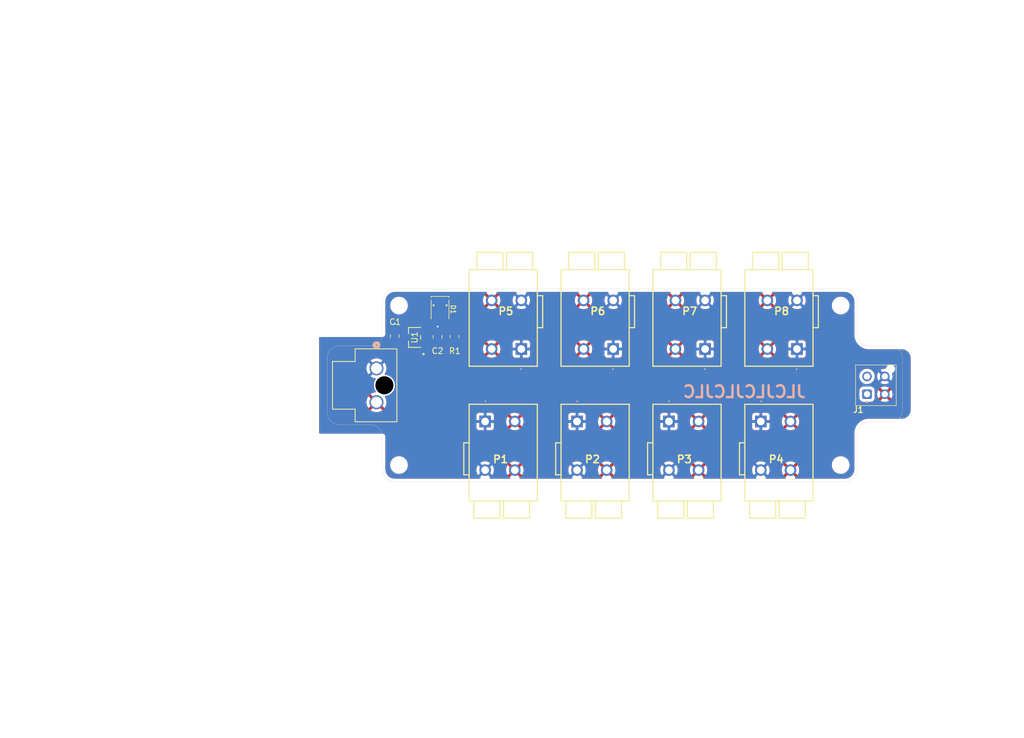
<source format=kicad_pcb>
(kicad_pcb (version 20241229) (generator "pcbnew") (generator_version "9.0")
  (layers (0 "F.Cu" signal "Front") (4 "In1.Cu" signal) (6 "In2.Cu" signal) (2 "B.Cu" signal "Back") (13 "F.Paste" user) (15 "B.Paste" user) (5 "F.SilkS" user "F.Silkscreen") (7 "B.SilkS" user "B.Silkscreen") (1 "F.Mask" user) (3 "B.Mask" user) (25 "Edge.Cuts" user))
  (net 0 "")
  (net 1 "+20V")
  (net 2 "GND")
  (net 3 "Net-(D1-A)")
  (net 6 "Net-(U1-VOUT)")
  (footprint "Capacitor:26041102" (layer "F.Cu") (at 144.33 107.128471 180)
    (property "Reference" "P7" (at 2.6 6.375 0) (layer "F.SilkS") (effects (font (size 1.27 1.27) (thickness 0.254))))
    (property "Value" "2604-1102" (hide yes))
    (fp_line (start 8.8 13.4) (end -2.7 13.4) (stroke (width 0.2)) (layer "F.SilkS"))
    (fp_line (start 8.8 -2.9) (end 8.8 13.4) (stroke (width 0.2)) (layer "F.SilkS"))
    (fp_line (start 7.5 16.3) (end 7.5 13.4) (stroke (width 0.2)) (layer "F.SilkS"))
    (fp_line (start 3.1 16.3) (end 7.5 16.3) (stroke (width 0.2)) (layer "F.SilkS"))
    (fp_line (start 3.1 13.4) (end 3.1 16.3) (stroke (width 0.2)) (layer "F.SilkS"))
    (fp_line (start 2.5 16.3) (end 2.5 13.4) (stroke (width 0.2)) (layer "F.SilkS"))
    (fp_line (start 0.1 -3.4) (end 0.1 -3.4) (stroke (width 0.1)) (layer "F.SilkS"))
    (fp_line (start 0 -3.4) (end 0 -3.4) (stroke (width 0.1)) (layer "F.SilkS"))
    (fp_line (start -1.9 16.3) (end 2.5 16.3) (stroke (width 0.2)) (layer "F.SilkS"))
    (fp_line (start -1.9 13.4) (end -1.9 16.3) (stroke (width 0.2)) (layer "F.SilkS"))
    (fp_line (start -2.7 13.4) (end -2.7 -2.9) (stroke (width 0.2)) (layer "F.SilkS"))
    (fp_line (start -2.7 3.6) (end -3.6 3.6) (stroke (width 0.2)) (layer "F.SilkS"))
    (fp_line (start -2.7 -2.9) (end 8.8 -2.9) (stroke (width 0.2)) (layer "F.SilkS"))
    (fp_line (start -3.6 9) (end -2.7 9) (stroke (width 0.2)) (layer "F.SilkS"))
    (fp_line (start -3.6 3.6) (end -3.6 9) (stroke (width 0.2)) (layer "F.SilkS"))
    (fp_arc (start 0.1 -3.4) (mid 0.05 -3.35) (end 0 -3.4) (stroke (width 0.1)) (layer "F.SilkS"))
    (fp_arc (start 0 -3.4) (mid 0.05 -3.45) (end 0.1 -3.4) (stroke (width 0.1)) (layer "F.SilkS"))
    (pad "1" thru_hole rect (at 0 0 180) (size 1.95 1.95) (drill 1.3) (layers "*.Cu" "*.Mask") (net 2 "GND"))
    (pad "2" thru_hole circle (at 0 8.2 180) (size 1.95 1.95) (drill 1.3) (layers "*.Cu" "*.Mask") (net 2 "GND"))
    (pad "3" thru_hole circle (at 5 0 180) (size 1.95 1.95) (drill 1.3) (layers "*.Cu" "*.Mask") (net 1 "+20V"))
    (pad "4" thru_hole circle (at 5 8.2 180) (size 1.95 1.95) (drill 1.3) (layers "*.Cu" "*.Mask") (net 1 "+20V"))
  )
  (footprint "Capacitor:Molex_MicroFit+2x2_2068320401" (layer "F.Cu") (at 171.64 114.75 -90)
    (property "Reference" "J1" (at 2.63 1.46 180) (layer "F.SilkS") (effects (font (thickness 0.2) (bold yes))))
    (property "Value" "Conn_02x02_Odd_Even" (hide yes))
    (fp_line (start -4.925 1.93) (end -4.925 -4.93) (stroke (width 0.1)) (layer "F.SilkS"))
    (fp_line (start 1.925 1.93) (end -4.925 1.93) (stroke (width 0.1)) (layer "F.SilkS"))
    (fp_line (start -4.925 -4.93) (end 1.925 -4.93) (stroke (width 0.1)) (layer "F.SilkS"))
    (fp_line (start 1.925 -4.93) (end 1.925 1.93) (stroke (width 0.1)) (layer "F.SilkS"))
    (fp_circle (center 1.3 0) (end 1.4 0.1) (stroke (width 0.1)) (fill yes) (layer "F.SilkS"))
    (fp_circle (center 1.3 0) (end 1.4 0.1) (stroke (width 0.1)) (fill yes) (layer "B.SilkS"))
    (pad "" np_thru_hole circle (at -4.28 -3.98 270) (size 1.02 1.02) (drill 1.02) (layers "*.Cu" "*.Mask"))
    (pad "1" thru_hole roundrect (at 0 0 270) (size 1.605 1.605) (drill 1.07) (layers "*.Cu" "*.Mask") (roundrect_rratio 0.1557632399))
    (pad "2" thru_hole circle (at 0 -3 270) (size 1.605 1.605) (drill 1.07) (layers "*.Cu" "*.Mask") (net 1 "+20V"))
    (pad "3" thru_hole circle (at -3 0 270) (size 1.605 1.605) (drill 1.07) (layers "*.Cu" "*.Mask"))
    (pad "4" thru_hole circle (at -3 -3 270) (size 1.605 1.605) (drill 1.07) (layers "*.Cu" "*.Mask") (net 2 "GND"))
  )
  (footprint "Capacitor_SMD:C_0805_2012Metric" (layer "F.Cu") (at 91.99 104.95 -90)
    (property "Reference" "C1" (at -2.39 -0.06 0) (layer "F.SilkS"))
    (property "Value" "2.2 100V")
    (fp_line (start -0.261252 0.735) (end 0.261252 0.735) (stroke (width 0.12)) (layer "F.SilkS"))
    (fp_line (start -0.261252 -0.735) (end 0.261252 -0.735) (stroke (width 0.12)) (layer "F.SilkS"))
    (pad "1" smd roundrect (at -0.95 0 270) (size 1 1.45) (layers "F.Cu" "F.Mask" "F.Paste") (net 2 "GND"))
    (pad "2" smd roundrect (at 0.95 0 270) (size 1 1.45) (layers "F.Cu" "F.Mask" "F.Paste") (net 1 "+20V"))
  )
  (footprint "MountingHole:MountingHole_2.5mm" (layer "F.Cu") (at 92.7 99.8)
    (property "Reference" "H4" (hide yes))
    (property "Value" "MountingHole" (hide yes))
    (pad "" np_thru_hole circle (at 0 0) (size 2.5 2.5) (drill 2.5) (layers "*.Cu" "*.Mask"))
  )
  (footprint "Capacitor:26041102" (layer "F.Cu") (at 138.23 119.351529)
    (property "Reference" "P3" (at 2.6 6.375 0) (layer "F.SilkS") (effects (font (size 1.27 1.27) (thickness 0.254))))
    (property "Value" "2604-1102" (hide yes))
    (fp_line (start -3.6 3.6) (end -3.6 9) (stroke (width 0.2)) (layer "F.SilkS"))
    (fp_line (start -3.6 9) (end -2.7 9) (stroke (width 0.2)) (layer "F.SilkS"))
    (fp_line (start -2.7 -2.9) (end 8.8 -2.9) (stroke (width 0.2)) (layer "F.SilkS"))
    (fp_line (start -2.7 3.6) (end -3.6 3.6) (stroke (width 0.2)) (layer "F.SilkS"))
    (fp_line (start -2.7 13.4) (end -2.7 -2.9) (stroke (width 0.2)) (layer "F.SilkS"))
    (fp_line (start -1.9 13.4) (end -1.9 16.3) (stroke (width 0.2)) (layer "F.SilkS"))
    (fp_line (start -1.9 16.3) (end 2.5 16.3) (stroke (width 0.2)) (layer "F.SilkS"))
    (fp_line (start 0 -3.4) (end 0 -3.4) (stroke (width 0.1)) (layer "F.SilkS"))
    (fp_line (start 0.1 -3.4) (end 0.1 -3.4) (stroke (width 0.1)) (layer "F.SilkS"))
    (fp_line (start 2.5 16.3) (end 2.5 13.4) (stroke (width 0.2)) (layer "F.SilkS"))
    (fp_line (start 3.1 13.4) (end 3.1 16.3) (stroke (width 0.2)) (layer "F.SilkS"))
    (fp_line (start 3.1 16.3) (end 7.5 16.3) (stroke (width 0.2)) (layer "F.SilkS"))
    (fp_line (start 7.5 16.3) (end 7.5 13.4) (stroke (width 0.2)) (layer "F.SilkS"))
    (fp_line (start 8.8 -2.9) (end 8.8 13.4) (stroke (width 0.2)) (layer "F.SilkS"))
    (fp_line (start 8.8 13.4) (end -2.7 13.4) (stroke (width 0.2)) (layer "F.SilkS"))
    (fp_arc (start 0 -3.4) (mid 0.05 -3.45) (end 0.1 -3.4) (stroke (width 0.1)) (layer "F.SilkS"))
    (fp_arc (start 0.1 -3.4) (mid 0.05 -3.35) (end 0 -3.4) (stroke (width 0.1)) (layer "F.SilkS"))
    (pad "1" thru_hole rect (at 0 0) (size 1.95 1.95) (drill 1.3) (layers "*.Cu" "*.Mask") (net 2 "GND"))
    (pad "2" thru_hole circle (at 0 8.2) (size 1.95 1.95) (drill 1.3) (layers "*.Cu" "*.Mask") (net 2 "GND"))
    (pad "3" thru_hole circle (at 5 0) (size 1.95 1.95) (drill 1.3) (layers "*.Cu" "*.Mask") (net 1 "+20V"))
    (pad "4" thru_hole circle (at 5 8.2) (size 1.95 1.95) (drill 1.3) (layers "*.Cu" "*.Mask") (net 1 "+20V"))
  )
  (footprint "CustomImports:LTST-C930" (layer "F.Cu") (at 99.625 100.45 -90)
    (property "Reference" "D1" (at 0 -2.2 270) (layer "F.SilkS") (effects (font (size 0.8 0.8))))
    (property "Value" "LED")
    (fp_line (start -2.2 1.5) (end -2 1.5) (stroke (width 0.12)) (layer "F.SilkS"))
    (fp_line (start -1.6 1.5) (end 1.6 1.5) (stroke (width 0.12)) (layer "F.SilkS"))
    (fp_line (start -2.2 -1.5) (end -2.2 1.5) (stroke (width 0.12)) (layer "F.SilkS"))
    (fp_line (start -2.2 -1.5) (end -2 -1.5) (stroke (width 0.12)) (layer "F.SilkS"))
    (fp_line (start -1.6 -1.5) (end 1.6 -1.5) (stroke (width 0.12)) (layer "F.SilkS"))
    (fp_rect (start -0.8 1.2) (end -0.6 1) (stroke (width 0.12)) (fill no) (layer "F.SilkS"))
    (fp_rect (start -0.8 -1.2) (end -0.6 -1) (stroke (width 0.12)) (fill no) (layer "F.SilkS"))
    (pad "1" smd roundrect (at -1.55 0 270) (size 1.1 2.8) (layers "F.Cu" "F.Mask" "F.Paste") (net 2 "GND"))
    (pad "2" smd roundrect (at 1.55 0 270) (size 1.1 2.8) (layers "F.Cu" "F.Mask" "F.Paste") (net 3 "Net-(D1-A)"))
  )
  (footprint "MountingHole:MountingHole_2.5mm" (layer "F.Cu") (at 167.2 99.8)
    (property "Reference" "H3" (hide yes))
    (property "Value" "MountingHole" (hide yes))
    (pad "" np_thru_hole circle (at 0 0) (size 2.5 2.5) (drill 2.5) (layers "*.Cu" "*.Mask"))
  )
  (footprint "Capacitor:26041102" (layer "F.Cu") (at 159.83 107.128471 180)
    (property "Reference" "P8" (at 2.6 6.375 0) (layer "F.SilkS") (effects (font (size 1.27 1.27) (thickness 0.254))))
    (property "Value" "2604-1102" (hide yes))
    (fp_line (start 8.8 13.4) (end -2.7 13.4) (stroke (width 0.2)) (layer "F.SilkS"))
    (fp_line (start 8.8 -2.9) (end 8.8 13.4) (stroke (width 0.2)) (layer "F.SilkS"))
    (fp_line (start 7.5 16.3) (end 7.5 13.4) (stroke (width 0.2)) (layer "F.SilkS"))
    (fp_line (start 3.1 16.3) (end 7.5 16.3) (stroke (width 0.2)) (layer "F.SilkS"))
    (fp_line (start 3.1 13.4) (end 3.1 16.3) (stroke (width 0.2)) (layer "F.SilkS"))
    (fp_line (start 2.5 16.3) (end 2.5 13.4) (stroke (width 0.2)) (layer "F.SilkS"))
    (fp_line (start 0.1 -3.4) (end 0.1 -3.4) (stroke (width 0.1)) (layer "F.SilkS"))
    (fp_line (start 0 -3.4) (end 0 -3.4) (stroke (width 0.1)) (layer "F.SilkS"))
    (fp_line (start -1.9 16.3) (end 2.5 16.3) (stroke (width 0.2)) (layer "F.SilkS"))
    (fp_line (start -1.9 13.4) (end -1.9 16.3) (stroke (width 0.2)) (layer "F.SilkS"))
    (fp_line (start -2.7 13.4) (end -2.7 -2.9) (stroke (width 0.2)) (layer "F.SilkS"))
    (fp_line (start -2.7 3.6) (end -3.6 3.6) (stroke (width 0.2)) (layer "F.SilkS"))
    (fp_line (start -2.7 -2.9) (end 8.8 -2.9) (stroke (width 0.2)) (layer "F.SilkS"))
    (fp_line (start -3.6 9) (end -2.7 9) (stroke (width 0.2)) (layer "F.SilkS"))
    (fp_line (start -3.6 3.6) (end -3.6 9) (stroke (width 0.2)) (layer "F.SilkS"))
    (fp_arc (start 0.1 -3.4) (mid 0.05 -3.35) (end 0 -3.4) (stroke (width 0.1)) (layer "F.SilkS"))
    (fp_arc (start 0 -3.4) (mid 0.05 -3.45) (end 0.1 -3.4) (stroke (width 0.1)) (layer "F.SilkS"))
    (pad "1" thru_hole rect (at 0 0 180) (size 1.95 1.95) (drill 1.3) (layers "*.Cu" "*.Mask") (net 2 "GND"))
    (pad "2" thru_hole circle (at 0 8.2 180) (size 1.95 1.95) (drill 1.3) (layers "*.Cu" "*.Mask") (net 2 "GND"))
    (pad "3" thru_hole circle (at 5 0 180) (size 1.95 1.95) (drill 1.3) (layers "*.Cu" "*.Mask") (net 1 "+20V"))
    (pad "4" thru_hole circle (at 5 8.2 180) (size 1.95 1.95) (drill 1.3) (layers "*.Cu" "*.Mask") (net 1 "+20V"))
  )
  (footprint "MOLEXMega:CONN_2002411000_02_MOL" (layer "F.Cu") (at 88.9 110.399998 90)
    (property "Reference" "M1" (hide yes))
    (property "Value" "2002411112" (hide yes))
    (fp_line (start 1.175898 -7.406996) (end -6.875902 -7.406996) (stroke (width 0.1524)) (layer "F.SilkS"))
    (fp_line (start -6.875902 -7.406996) (end -6.875902 -3.596996) (stroke (width 0.1524)) (layer "F.SilkS"))
    (fp_line (start 3.296798 -3.597001) (end 1.175898 -3.596996) (stroke (width 0.1524)) (layer "F.SilkS"))
    (fp_line (start -8.996802 -3.597001) (end -8.996802 3.438799) (stroke (width 0.1524)) (layer "F.SilkS"))
    (fp_line (start 1.175898 -3.596996) (end 1.175898 -7.406996) (stroke (width 0.1524)) (layer "F.SilkS"))
    (fp_line (start -6.875902 -3.596996) (end -8.996802 -3.597001) (stroke (width 0.1524)) (layer "F.SilkS"))
    (fp_line (start 3.296798 3.438799) (end 3.296798 -3.597001) (stroke (width 0.1524)) (layer "F.SilkS"))
    (fp_line (start -8.996802 3.438799) (end 3.296798 3.438799) (stroke (width 0.1524)) (layer "F.SilkS"))
    (fp_circle (center 3.931798 0) (end 4.312798 0) (stroke (width 0.508)) (fill no) (layer "F.SilkS"))
    (fp_circle (center 3.931798 0) (end 4.312798 0) (stroke (width 0.508)) (fill no) (layer "B.SilkS"))
    (pad "" np_thru_hole circle (at -2.850002 1.34 90) (size 3.048 3.048) (drill 3.048) (layers))
    (pad "1" thru_hole circle (at 0 0 90) (size 2.3622 2.3622) (drill 1.8542) (layers "*.Cu" "*.Mask") (net 2 "GND"))
    (pad "2" thru_hole circle (at -5.700004 0 90) (size 2.3622 2.3622) (drill 1.8542) (layers "*.Cu" "*.Mask") (net 1 "+20V"))
  )
  (footprint "MountingHole:MountingHole_2.5mm" (layer "F.Cu") (at 92.7 126.7)
    (property "Reference" "H1" (hide yes))
    (property "Value" "MountingHole" (hide yes))
    (pad "" np_thru_hole circle (at 0 0) (size 2.5 2.5) (drill 2.5) (layers "*.Cu" "*.Mask"))
  )
  (footprint "Capacitor:26041102" (layer "F.Cu") (at 153.73 119.351529)
    (property "Reference" "P4" (at 2.6 6.375 0) (layer "F.SilkS") (effects (font (size 1.27 1.27) (thickness 0.254))))
    (property "Value" "2604-1102" (hide yes))
    (fp_line (start -3.6 3.6) (end -3.6 9) (stroke (width 0.2)) (layer "F.SilkS"))
    (fp_line (start -3.6 9) (end -2.7 9) (stroke (width 0.2)) (layer "F.SilkS"))
    (fp_line (start -2.7 -2.9) (end 8.8 -2.9) (stroke (width 0.2)) (layer "F.SilkS"))
    (fp_line (start -2.7 3.6) (end -3.6 3.6) (stroke (width 0.2)) (layer "F.SilkS"))
    (fp_line (start -2.7 13.4) (end -2.7 -2.9) (stroke (width 0.2)) (layer "F.SilkS"))
    (fp_line (start -1.9 13.4) (end -1.9 16.3) (stroke (width 0.2)) (layer "F.SilkS"))
    (fp_line (start -1.9 16.3) (end 2.5 16.3) (stroke (width 0.2)) (layer "F.SilkS"))
    (fp_line (start 0 -3.4) (end 0 -3.4) (stroke (width 0.1)) (layer "F.SilkS"))
    (fp_line (start 0.1 -3.4) (end 0.1 -3.4) (stroke (width 0.1)) (layer "F.SilkS"))
    (fp_line (start 2.5 16.3) (end 2.5 13.4) (stroke (width 0.2)) (layer "F.SilkS"))
    (fp_line (start 3.1 13.4) (end 3.1 16.3) (stroke (width 0.2)) (layer "F.SilkS"))
    (fp_line (start 3.1 16.3) (end 7.5 16.3) (stroke (width 0.2)) (layer "F.SilkS"))
    (fp_line (start 7.5 16.3) (end 7.5 13.4) (stroke (width 0.2)) (layer "F.SilkS"))
    (fp_line (start 8.8 -2.9) (end 8.8 13.4) (stroke (width 0.2)) (layer "F.SilkS"))
    (fp_line (start 8.8 13.4) (end -2.7 13.4) (stroke (width 0.2)) (layer "F.SilkS"))
    (fp_arc (start 0 -3.4) (mid 0.05 -3.45) (end 0.1 -3.4) (stroke (width 0.1)) (layer "F.SilkS"))
    (fp_arc (start 0.1 -3.4) (mid 0.05 -3.35) (end 0 -3.4) (stroke (width 0.1)) (layer "F.SilkS"))
    (pad "1" thru_hole rect (at 0 0) (size 1.95 1.95) (drill 1.3) (layers "*.Cu" "*.Mask") (net 2 "GND"))
    (pad "2" thru_hole circle (at 0 8.2) (size 1.95 1.95) (drill 1.3) (layers "*.Cu" "*.Mask") (net 2 "GND"))
    (pad "3" thru_hole circle (at 5 0) (size 1.95 1.95) (drill 1.3) (layers "*.Cu" "*.Mask") (net 1 "+20V"))
    (pad "4" thru_hole circle (at 5 8.2) (size 1.95 1.95) (drill 1.3) (layers "*.Cu" "*.Mask") (net 1 "+20V"))
  )
  (footprint "Capacitor:26041102" (layer "F.Cu") (at 107.23 119.351529)
    (property "Reference" "P1" (at 2.6 6.375 0) (layer "F.SilkS") (effects (font (size 1.27 1.27) (thickness 0.254))))
    (property "Value" "2604-1102" (hide yes))
    (fp_line (start -3.6 3.6) (end -3.6 9) (stroke (width 0.2)) (layer "F.SilkS"))
    (fp_line (start -3.6 9) (end -2.7 9) (stroke (width 0.2)) (layer "F.SilkS"))
    (fp_line (start -2.7 -2.9) (end 8.8 -2.9) (stroke (width 0.2)) (layer "F.SilkS"))
    (fp_line (start -2.7 3.6) (end -3.6 3.6) (stroke (width 0.2)) (layer "F.SilkS"))
    (fp_line (start -2.7 13.4) (end -2.7 -2.9) (stroke (width 0.2)) (layer "F.SilkS"))
    (fp_line (start -1.9 13.4) (end -1.9 16.3) (stroke (width 0.2)) (layer "F.SilkS"))
    (fp_line (start -1.9 16.3) (end 2.5 16.3) (stroke (width 0.2)) (layer "F.SilkS"))
    (fp_line (start 0 -3.4) (end 0 -3.4) (stroke (width 0.1)) (layer "F.SilkS"))
    (fp_line (start 0.1 -3.4) (end 0.1 -3.4) (stroke (width 0.1)) (layer "F.SilkS"))
    (fp_line (start 2.5 16.3) (end 2.5 13.4) (stroke (width 0.2)) (layer "F.SilkS"))
    (fp_line (start 3.1 13.4) (end 3.1 16.3) (stroke (width 0.2)) (layer "F.SilkS"))
    (fp_line (start 3.1 16.3) (end 7.5 16.3) (stroke (width 0.2)) (layer "F.SilkS"))
    (fp_line (start 7.5 16.3) (end 7.5 13.4) (stroke (width 0.2)) (layer "F.SilkS"))
    (fp_line (start 8.8 -2.9) (end 8.8 13.4) (stroke (width 0.2)) (layer "F.SilkS"))
    (fp_line (start 8.8 13.4) (end -2.7 13.4) (stroke (width 0.2)) (layer "F.SilkS"))
    (fp_arc (start 0 -3.4) (mid 0.05 -3.45) (end 0.1 -3.4) (stroke (width 0.1)) (layer "F.SilkS"))
    (fp_arc (start 0.1 -3.4) (mid 0.05 -3.35) (end 0 -3.4) (stroke (width 0.1)) (layer "F.SilkS"))
    (pad "1" thru_hole rect (at 0 0) (size 1.95 1.95) (drill 1.3) (layers "*.Cu" "*.Mask") (net 2 "GND"))
    (pad "2" thru_hole circle (at 0 8.2) (size 1.95 1.95) (drill 1.3) (layers "*.Cu" "*.Mask") (net 2 "GND"))
    (pad "3" thru_hole circle (at 5 0) (size 1.95 1.95) (drill 1.3) (layers "*.Cu" "*.Mask") (net 1 "+20V"))
    (pad "4" thru_hole circle (at 5 8.2) (size 1.95 1.95) (drill 1.3) (layers "*.Cu" "*.Mask") (net 1 "+20V"))
  )
  (footprint "Capacitor_SMD:C_0805_2012Metric" (layer "F.Cu") (at 99.2 105.07 -90)
    (property "Reference" "C2" (at 2.38 0 0) (layer "F.SilkS"))
    (property "Value" "2.2 100V")
    (fp_line (start -0.261252 0.735) (end 0.261252 0.735) (stroke (width 0.12)) (layer "F.SilkS"))
    (fp_line (start -0.261252 -0.735) (end 0.261252 -0.735) (stroke (width 0.12)) (layer "F.SilkS"))
    (pad "1" smd roundrect (at -0.95 0 270) (size 1 1.45) (layers "F.Cu" "F.Mask" "F.Paste") (net 6 "Net-(U1-VOUT)"))
    (pad "2" smd roundrect (at 0.95 0 270) (size 1 1.45) (layers "F.Cu" "F.Mask" "F.Paste") (net 2 "GND"))
  )
  (footprint "Capacitor:26041102" (layer "F.Cu") (at 122.73 119.351529)
    (property "Reference" "P2" (at 2.6 6.375 0) (layer "F.SilkS") (effects (font (size 1.27 1.27) (thickness 0.254))))
    (property "Value" "2604-1102" (hide yes))
    (fp_line (start -3.6 3.6) (end -3.6 9) (stroke (width 0.2)) (layer "F.SilkS"))
    (fp_line (start -3.6 9) (end -2.7 9) (stroke (width 0.2)) (layer "F.SilkS"))
    (fp_line (start -2.7 -2.9) (end 8.8 -2.9) (stroke (width 0.2)) (layer "F.SilkS"))
    (fp_line (start -2.7 3.6) (end -3.6 3.6) (stroke (width 0.2)) (layer "F.SilkS"))
    (fp_line (start -2.7 13.4) (end -2.7 -2.9) (stroke (width 0.2)) (layer "F.SilkS"))
    (fp_line (start -1.9 13.4) (end -1.9 16.3) (stroke (width 0.2)) (layer "F.SilkS"))
    (fp_line (start -1.9 16.3) (end 2.5 16.3) (stroke (width 0.2)) (layer "F.SilkS"))
    (fp_line (start 0 -3.4) (end 0 -3.4) (stroke (width 0.1)) (layer "F.SilkS"))
    (fp_line (start 0.1 -3.4) (end 0.1 -3.4) (stroke (width 0.1)) (layer "F.SilkS"))
    (fp_line (start 2.5 16.3) (end 2.5 13.4) (stroke (width 0.2)) (layer "F.SilkS"))
    (fp_line (start 3.1 13.4) (end 3.1 16.3) (stroke (width 0.2)) (layer "F.SilkS"))
    (fp_line (start 3.1 16.3) (end 7.5 16.3) (stroke (width 0.2)) (layer "F.SilkS"))
    (fp_line (start 7.5 16.3) (end 7.5 13.4) (stroke (width 0.2)) (layer "F.SilkS"))
    (fp_line (start 8.8 -2.9) (end 8.8 13.4) (stroke (width 0.2)) (layer "F.SilkS"))
    (fp_line (start 8.8 13.4) (end -2.7 13.4) (stroke (width 0.2)) (layer "F.SilkS"))
    (fp_arc (start 0 -3.4) (mid 0.05 -3.45) (end 0.1 -3.4) (stroke (width 0.1)) (layer "F.SilkS"))
    (fp_arc (start 0.1 -3.4) (mid 0.05 -3.35) (end 0 -3.4) (stroke (width 0.1)) (layer "F.SilkS"))
    (pad "1" thru_hole rect (at 0 0) (size 1.95 1.95) (drill 1.3) (layers "*.Cu" "*.Mask") (net 2 "GND"))
    (pad "2" thru_hole circle (at 0 8.2) (size 1.95 1.95) (drill 1.3) (layers "*.Cu" "*.Mask") (net 2 "GND"))
    (pad "3" thru_hole circle (at 5 0) (size 1.95 1.95) (drill 1.3) (layers "*.Cu" "*.Mask") (net 1 "+20V"))
    (pad "4" thru_hole circle (at 5 8.2) (size 1.95 1.95) (drill 1.3) (layers "*.Cu" "*.Mask") (net 1 "+20V"))
  )
  (footprint "Resistor_SMD:R_0805_2012Metric" (layer "F.Cu") (at 102.05 105.03 90)
    (property "Reference" "R1" (at -2.43 0.06 180) (layer "F.SilkS"))
    (property "Value" "40")
    (fp_line (start -0.227064 -0.735) (end 0.227064 -0.735) (stroke (width 0.12)) (layer "F.SilkS"))
    (fp_line (start -0.227064 0.735) (end 0.227064 0.735) (stroke (width 0.12)) (layer "F.SilkS"))
    (pad "1" smd roundrect (at -0.9125 0 90) (size 1.025 1.4) (layers "F.Cu" "F.Mask" "F.Paste") (roundrect_rratio 0.243902) (net 6 "Net-(U1-VOUT)"))
    (pad "2" smd roundrect (at 0.9125 0 90) (size 1.025 1.4) (layers "F.Cu" "F.Mask" "F.Paste") (roundrect_rratio 0.243902) (net 3 "Net-(D1-A)"))
  )
  (footprint "MCP1792T3302HCB:SOT-23A_CB_MCH" (layer "F.Cu") (at 95.3338 105.17 90)
    (property "Reference" "U1" (at 0 0 90) (layer "F.SilkS"))
    (property "Value" "MCP1792T-3302H/CB")
    (fp_line (start 1.6764 -1.0287) (end 0.61214 -1.0287) (stroke (width 0.1524)) (layer "F.SilkS"))
    (fp_line (start -0.61214 -1.0287) (end -1.6764 -1.0287) (stroke (width 0.1524)) (layer "F.SilkS"))
    (fp_line (start -1.6764 -1.0287) (end -1.6764 1.0287) (stroke (width 0.1524)) (layer "F.SilkS"))
    (fp_line (start 1.6764 1.0287) (end 1.6764 -1.0287) (stroke (width 0.1524)) (layer "F.SilkS"))
    (fp_line (start -0.337861 1.0287) (end 0.337861 1.0287) (stroke (width 0.1524)) (layer "F.SilkS"))
    (fp_circle (center -2.8194 1.4986) (end -2.6924 1.4986) (stroke (width 0.1524)) (fill no) (layer "F.SilkS"))
    (pad "1" smd rect (at -0.950001 1.1938 90) (size 0.5588 1.3208) (layers "F.Cu" "F.Mask" "F.Paste") (net 2 "GND"))
    (pad "2" smd rect (at 0.950001 1.1938 90) (size 0.5588 1.3208) (layers "F.Cu" "F.Mask" "F.Paste") (net 6 "Net-(U1-VOUT)"))
    (pad "3" smd rect (at 0 -1.1938 90) (size 0.5588 1.3208) (layers "F.Cu" "F.Mask" "F.Paste") (net 1 "+20V"))
  )
  (footprint "Capacitor:26041102" (layer "F.Cu") (at 128.83 107.128471 180)
    (property "Reference" "P6" (at 2.6 6.375 0) (layer "F.SilkS") (effects (font (size 1.27 1.27) (thickness 0.254))))
    (property "Value" "2604-1102" (hide yes))
    (fp_line (start 8.8 13.4) (end -2.7 13.4) (stroke (width 0.2)) (layer "F.SilkS"))
    (fp_line (start 8.8 -2.9) (end 8.8 13.4) (stroke (width 0.2)) (layer "F.SilkS"))
    (fp_line (start 7.5 16.3) (end 7.5 13.4) (stroke (width 0.2)) (layer "F.SilkS"))
    (fp_line (start 3.1 16.3) (end 7.5 16.3) (stroke (width 0.2)) (layer "F.SilkS"))
    (fp_line (start 3.1 13.4) (end 3.1 16.3) (stroke (width 0.2)) (layer "F.SilkS"))
    (fp_line (start 2.5 16.3) (end 2.5 13.4) (stroke (width 0.2)) (layer "F.SilkS"))
    (fp_line (start 0.1 -3.4) (end 0.1 -3.4) (stroke (width 0.1)) (layer "F.SilkS"))
    (fp_line (start 0 -3.4) (end 0 -3.4) (stroke (width 0.1)) (layer "F.SilkS"))
    (fp_line (start -1.9 16.3) (end 2.5 16.3) (stroke (width 0.2)) (layer "F.SilkS"))
    (fp_line (start -1.9 13.4) (end -1.9 16.3) (stroke (width 0.2)) (layer "F.SilkS"))
    (fp_line (start -2.7 13.4) (end -2.7 -2.9) (stroke (width 0.2)) (layer "F.SilkS"))
    (fp_line (start -2.7 3.6) (end -3.6 3.6) (stroke (width 0.2)) (layer "F.SilkS"))
    (fp_line (start -2.7 -2.9) (end 8.8 -2.9) (stroke (width 0.2)) (layer "F.SilkS"))
    (fp_line (start -3.6 9) (end -2.7 9) (stroke (width 0.2)) (layer "F.SilkS"))
    (fp_line (start -3.6 3.6) (end -3.6 9) (stroke (width 0.2)) (layer "F.SilkS"))
    (fp_arc (start 0.1 -3.4) (mid 0.05 -3.35) (end 0 -3.4) (stroke (width 0.1)) (layer "F.SilkS"))
    (fp_arc (start 0 -3.4) (mid 0.05 -3.45) (end 0.1 -3.4) (stroke (width 0.1)) (layer "F.SilkS"))
    (pad "1" thru_hole rect (at 0 0 180) (size 1.95 1.95) (drill 1.3) (layers "*.Cu" "*.Mask") (net 2 "GND"))
    (pad "2" thru_hole circle (at 0 8.2 180) (size 1.95 1.95) (drill 1.3) (layers "*.Cu" "*.Mask") (net 2 "GND"))
    (pad "3" thru_hole circle (at 5 0 180) (size 1.95 1.95) (drill 1.3) (layers "*.Cu" "*.Mask") (net 1 "+20V"))
    (pad "4" thru_hole circle (at 5 8.2 180) (size 1.95 1.95) (drill 1.3) (layers "*.Cu" "*.Mask") (net 1 "+20V"))
  )
  (footprint "Capacitor:26041102" (layer "F.Cu") (at 113.33 107.128471 180)
    (property "Reference" "P5" (at 2.6 6.375 0) (layer "F.SilkS") (effects (font (size 1.27 1.27) (thickness 0.254))))
    (property "Value" "2604-1102" (hide yes))
    (fp_line (start 8.8 13.4) (end -2.7 13.4) (stroke (width 0.2)) (layer "F.SilkS"))
    (fp_line (start 8.8 -2.9) (end 8.8 13.4) (stroke (width 0.2)) (layer "F.SilkS"))
    (fp_line (start 7.5 16.3) (end 7.5 13.4) (stroke (width 0.2)) (layer "F.SilkS"))
    (fp_line (start 3.1 16.3) (end 7.5 16.3) (stroke (width 0.2)) (layer "F.SilkS"))
    (fp_line (start 3.1 13.4) (end 3.1 16.3) (stroke (width 0.2)) (layer "F.SilkS"))
    (fp_line (start 2.5 16.3) (end 2.5 13.4) (stroke (width 0.2)) (layer "F.SilkS"))
    (fp_line (start 0.1 -3.4) (end 0.1 -3.4) (stroke (width 0.1)) (layer "F.SilkS"))
    (fp_line (start 0 -3.4) (end 0 -3.4) (stroke (width 0.1)) (layer "F.SilkS"))
    (fp_line (start -1.9 16.3) (end 2.5 16.3) (stroke (width 0.2)) (layer "F.SilkS"))
    (fp_line (start -1.9 13.4) (end -1.9 16.3) (stroke (width 0.2)) (layer "F.SilkS"))
    (fp_line (start -2.7 13.4) (end -2.7 -2.9) (stroke (width 0.2)) (layer "F.SilkS"))
    (fp_line (start -2.7 3.6) (end -3.6 3.6) (stroke (width 0.2)) (layer "F.SilkS"))
    (fp_line (start -2.7 -2.9) (end 8.8 -2.9) (stroke (width 0.2)) (layer "F.SilkS"))
    (fp_line (start -3.6 9) (end -2.7 9) (stroke (width 0.2)) (layer "F.SilkS"))
    (fp_line (start -3.6 3.6) (end -3.6 9) (stroke (width 0.2)) (layer "F.SilkS"))
    (fp_arc (start 0.1 -3.4) (mid 0.05 -3.35) (end 0 -3.4) (stroke (width 0.1)) (layer "F.SilkS"))
    (fp_arc (start 0 -3.4) (mid 0.05 -3.45) (end 0.1 -3.4) (stroke (width 0.1)) (layer "F.SilkS"))
    (pad "1" thru_hole rect (at 0 0 180) (size 1.95 1.95) (drill 1.3) (layers "*.Cu" "*.Mask") (net 2 "GND"))
    (pad "2" thru_hole circle (at 0 8.2 180) (size 1.95 1.95) (drill 1.3) (layers "*.Cu" "*.Mask") (net 2 "GND"))
    (pad "3" thru_hole circle (at 5 0 180) (size 1.95 1.95) (drill 1.3) (layers "*.Cu" "*.Mask") (net 1 "+20V"))
    (pad "4" thru_hole circle (at 5 8.2 180) (size 1.95 1.95) (drill 1.3) (layers "*.Cu" "*.Mask") (net 1 "+20V"))
  )
  (footprint "MountingHole:MountingHole_2.5mm" (layer "F.Cu") (at 167.2 126.7)
    (property "Reference" "H2" (hide yes))
    (property "Value" "MountingHole" (hide yes))
    (pad "" np_thru_hole circle (at 0 0) (size 2.5 2.5) (drill 2.5) (layers "*.Cu" "*.Mask"))
  )
  (gr_arc (start 170 127.4) (mid 169.384924 128.884924) (end 167.9 129.5) (stroke (width 0.0381)) (layer "Edge.Cuts"))
  (gr_line (start 92 97) (end 167.9 97) (stroke (width 0.0381)) (layer "Edge.Cuts"))
  (gr_arc (start 167.9 97) (mid 169.384924 97.615076) (end 170 99.1) (stroke (width 0.0381)) (layer "Edge.Cuts"))
  (gr_arc (start 177.625 117.38) (mid 177.039214 118.794214) (end 175.625 119.38) (stroke (width 0.0381)) (layer "Edge.Cuts"))
  (gr_arc (start 175.625 106.68) (mid 177.039214 107.265786) (end 177.625 108.68) (stroke (width 0.0381)) (layer "Edge.Cuts"))
  (gr_line (start 177.625 117.38) (end 177.625 108.68) (stroke (width 0.0381)) (layer "Edge.Cuts"))
  (gr_arc (start 170 121.38) (mid 170.585786 119.965786) (end 172 119.38) (stroke (width 0.0381)) (layer "Edge.Cuts"))
  (gr_line (start 175.625 106.68) (end 172 106.68) (stroke (width 0.0381)) (layer "Edge.Cuts"))
  (gr_line (start 89.9 127.4) (end 89.9 121.9) (stroke (width 0.0381)) (layer "Edge.Cuts"))
  (gr_line (start 170 99.1) (end 170 104.68) (stroke (width 0.0381)) (layer "Edge.Cuts"))
  (gr_line (start 167.9 129.5) (end 92 129.5) (stroke (width 0.0381)) (layer "Edge.Cuts"))
  (gr_arc (start 89.9 104.6) (mid 89.314214 106.014214) (end 87.9 106.6) (stroke (width 0.0381)) (layer "Edge.Cuts"))
  (gr_line (start 80.615 117.9) (end 80.615 108.6) (stroke (width 0.0381)) (layer "Edge.Cuts"))
  (gr_line (start 172 119.38) (end 175.625 119.38) (stroke (width 0.0381)) (layer "Edge.Cuts"))
  (gr_arc (start 89.9 99.1) (mid 90.515076 97.615076) (end 92 97) (stroke (width 0.0381)) (layer "Edge.Cuts"))
  (gr_line (start 89.9 99.1) (end 89.9 104.6) (stroke (width 0.0381)) (layer "Edge.Cuts"))
  (gr_arc (start 172 106.68) (mid 170.585786 106.094214) (end 170 104.68) (stroke (width 0.0381)) (layer "Edge.Cuts"))
  (gr_arc (start 80.615 108.6) (mid 81.200786 107.185786) (end 82.615 106.6) (stroke (width 0.0381)) (layer "Edge.Cuts"))
  (gr_line (start 87.9 119.9) (end 82.615 119.9) (stroke (width 0.0381)) (layer "Edge.Cuts"))
  (gr_arc (start 87.9 119.9) (mid 89.314214 120.485786) (end 89.9 121.9) (stroke (width 0.0381)) (layer "Edge.Cuts"))
  (gr_line (start 170 127.4) (end 170 121.38) (stroke (width 0.0381)) (layer "Edge.Cuts"))
  (gr_arc (start 82.615 119.9) (mid 81.200786 119.314214) (end 80.615 117.9) (stroke (width 0.0381)) (layer "Edge.Cuts"))
  (gr_line (start 82.615 106.6) (end 87.9 106.6) (stroke (width 0.0381)) (layer "Edge.Cuts"))
  (gr_arc (start 92 129.5) (mid 90.515076 128.884924) (end 89.9 127.4) (stroke (width 0.0381)) (layer "Edge.Cuts"))
  (gr_text "JLCJLCJLCJLC" (at 161.5 115.5 0) (layer "B.SilkS") (effects (font (size 2 2) (thickness 0.4) (bold yes)) (justify left bottom mirror)))
  (segment (start 93.41 105.9) (end 94.14 105.17) (width 0.127) (layer "F.Cu") (net 1))
  (segment (start 91.99 105.9) (end 93.41 105.9) (width 0.127) (layer "F.Cu") (net 1))
  (segment (start 99.2 102.02) (end 99.2 103.32) (width 0.2) (layer "F.Cu") (net 2))
  (segment (start 91.99 104) (end 91.99 102.86) (width 0.2) (layer "F.Cu") (net 2))
  (segment (start 99.099999 106.120001) (end 99.2 106.02) (width 0.2) (layer "F.Cu") (net 2))
  (segment (start 96.5276 106.120001) (end 99.099999 106.120001) (width 0.2) (layer "F.Cu") (net 2))
  (segment (start 99.2 103.32) (end 99.22 103.34) (width 0.2) (layer "F.Cu") (net 2))
  (via (at 99.22 103.34) (size 0.6) (drill 0.3) (layers "F.Cu" "B.Cu") (net 2))
  (via (at 91.99 102.86) (size 0.6) (drill 0.3) (layers "F.Cu" "B.Cu") (net 2))
  (segment (start 101.7425 104.1175) (end 99.625 102) (width 0.2) (layer "F.Cu") (net 3))
  (segment (start 102.05 104.1175) (end 101.7425 104.1175) (width 0.2) (layer "F.Cu") (net 3))
  (segment (start 101.0225 105.9425) (end 99.2 104.12) (width 0.2) (layer "F.Cu") (net 6))
  (segment (start 99.100001 104.219999) (end 99.2 104.12) (width 0.2) (layer "F.Cu") (net 6))
  (segment (start 96.5276 104.219999) (end 99.100001 104.219999) (width 0.2) (layer "F.Cu") (net 6))
  (segment (start 102.05 105.9425) (end 101.0225 105.9425) (width 0.2) (layer "F.Cu") (net 6))
  (segment (start 95.63 104.11) (end 95.6 104.14) (width 0.2) (layer "F.Cu") (net 6))
  (zone (net 1) (net_name "+20V") (layers "F.Cu" "In2.Cu") (connect_pads (clearance 0.5)) (min_thickness 0.25) (fill yes (thermal_gap 0.5) (thermal_bridge_width 0.5) (island_removal_mode 1) (island_area_min 10))
    (polygon (pts (xy 40.64 48.26) (xy 25.4 172.72) (xy 198.12 165.1) (xy 198.12 66.04) (xy 87.675 55.88)))
  )
  (zone (net 2) (net_name "GND") (layers "B.Cu" "In1.Cu") (priority 1) (connect_pads (clearance 0.5)) (min_thickness 0.25) (fill yes (thermal_gap 0.5) (thermal_bridge_width 0.5) (island_removal_mode 1) (island_area_min 10))
    (polygon (pts (xy 43.18 48.26) (xy 25.4 170.18) (xy 198.12 165.1) (xy 198.12 66.04)))
  )
)
</source>
